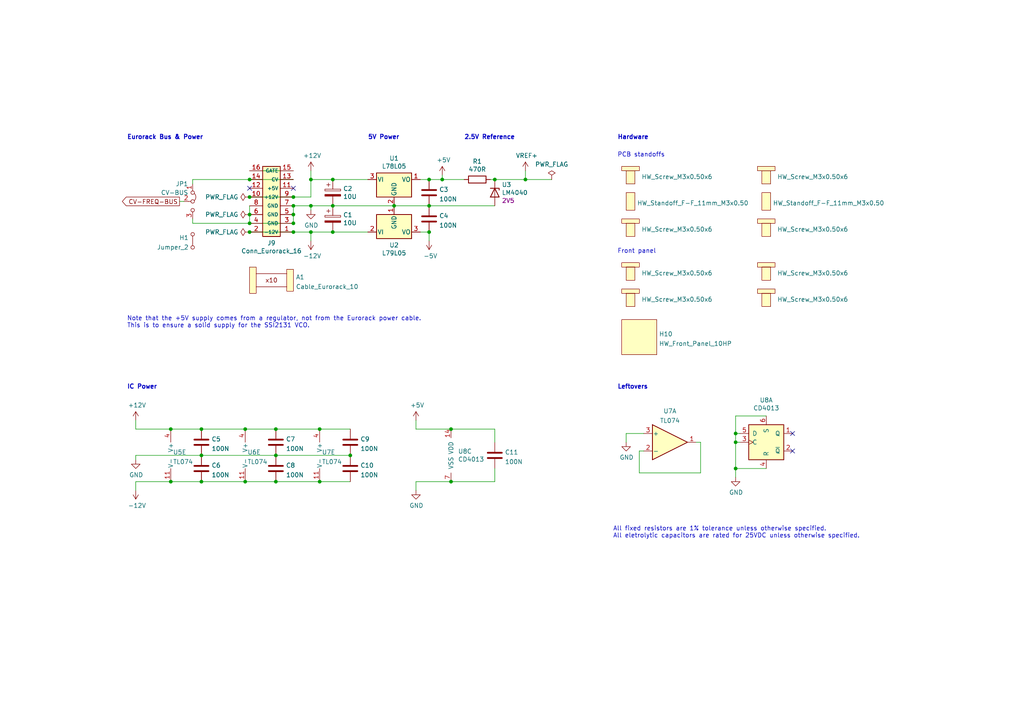
<source format=kicad_sch>
(kicad_sch (version 20211123) (generator eeschema)
  (paper "A4")
  (title_block (title "Main - Eurorack SSI2131 VCO") (date "2022-03-17") (rev "1.3") (company "Len Popp") (comment 1 "Copyright © 2022 Len Popp CC BY") (comment 2 "Eurorack VCO module based on SSI2131, 10 HP"))
  (lib_symbols
    (symbol "-lmp-IC-misc:CD4013" (pin_names (offset 1.016))
      (property "Reference" "U" (at -7.62 8.89 0))
      (property "Value" "CD4013" (at -7.62 -8.89 0))
      (symbol "CD4013_1_1"
        (rectangle (start -5.08 5.08) (end 5.08 -5.08) (stroke (width 0.254)) (fill (type background)))
        (pin output line (at 7.62 2.54 180) (length 2.54) (name "Q") (number "1"))
        (pin output line (at 7.62 -2.54 180) (length 2.54) (name "~{Q}") (number "2"))
        (pin input clock (at -7.62 0 0) (length 2.54) (name "C") (number "3"))
        (pin input line (at 0 -7.62 90) (length 2.54) (name "R") (number "4"))
        (pin input line (at -7.62 2.54 0) (length 2.54) (name "D") (number "5"))
        (pin input line (at 0 7.62 270) (length 2.54) (name "S") (number "6"))
      )
      (symbol "CD4013_2_1"
        (rectangle (start -5.08 5.08) (end 5.08 -5.08) (stroke (width 0.254)) (fill (type background)))
        (pin input line (at 0 -7.62 90) (length 2.54) (name "R") (number "10"))
        (pin input clock (at -7.62 0 0) (length 2.54) (name "C") (number "11"))
        (pin output line (at 7.62 -2.54 180) (length 2.54) (name "~{Q}") (number "12"))
        (pin output line (at 7.62 2.54 180) (length 2.54) (name "Q") (number "13"))
        (pin input line (at 0 7.62 270) (length 2.54) (name "S") (number "8"))
        (pin input line (at -7.62 2.54 0) (length 2.54) (name "D") (number "9"))
      )
      (symbol "CD4013_3_1"
        (pin power_in line (at 3.81 7.62 270) (length 2.54) (name "VDD") (number "14"))
        (pin power_in line (at 3.81 -7.62 90) (length 2.54) (name "VSS") (number "7"))
      )
    )
    (symbol "-lmp-opamp:TL074" (pin_names (offset 0.127))
      (property "Reference" "U" (at 0 5.08 0))
      (property "Value" "TL074" (at 0 -5.08 0))
      (symbol "TL074_1_1"
        (polyline (pts (xy -5.08 5.08) (xy 5.08 0) (xy -5.08 -5.08) (xy -5.08 5.08)) (stroke (width 0.254)) (fill (type background)))
        (pin output line (at 7.62 0 180) (length 2.54) (name "~") (number "1"))
        (pin input line (at -7.62 -2.54 0) (length 2.54) (name "-") (number "2"))
        (pin input line (at -7.62 2.54 0) (length 2.54) (name "+") (number "3"))
      )
      (symbol "TL074_2_1"
        (polyline (pts (xy -5.08 5.08) (xy 5.08 0) (xy -5.08 -5.08) (xy -5.08 5.08)) (stroke (width 0.254)) (fill (type background)))
        (pin input line (at -7.62 2.54 0) (length 2.54) (name "+") (number "5"))
        (pin input line (at -7.62 -2.54 0) (length 2.54) (name "-") (number "6"))
        (pin output line (at 7.62 0 180) (length 2.54) (name "~") (number "7"))
      )
      (symbol "TL074_3_1"
        (polyline (pts (xy -5.08 5.08) (xy 5.08 0) (xy -5.08 -5.08) (xy -5.08 5.08)) (stroke (width 0.254)) (fill (type background)))
        (pin input line (at -7.62 2.54 0) (length 2.54) (name "+") (number "10"))
        (pin output line (at 7.62 0 180) (length 2.54) (name "~") (number "8"))
        (pin input line (at -7.62 -2.54 0) (length 2.54) (name "-") (number "9"))
      )
      (symbol "TL074_4_1"
        (polyline (pts (xy -5.08 5.08) (xy 5.08 0) (xy -5.08 -5.08) (xy -5.08 5.08)) (stroke (width 0.254)) (fill (type background)))
        (pin input line (at -7.62 2.54 0) (length 2.54) (name "+") (number "12"))
        (pin input line (at -7.62 -2.54 0) (length 2.54) (name "-") (number "13"))
        (pin output line (at 7.62 0 180) (length 2.54) (name "~") (number "14"))
      )
      (symbol "TL074_5_1"
        (pin power_in line (at -2.54 -7.62 90) (length 3.81) (name "V-") (number "11"))
        (pin power_in line (at -2.54 7.62 270) (length 3.81) (name "V+") (number "4"))
      )
    )
    (symbol "-lmp-power:+12V" (power) (pin_names (offset 0))
      (property "Value" "-lmp-power_+12V" (at 0 3.556 0))
      (symbol "+12V_0_1"
        (polyline (pts (xy -0.762 1.27) (xy 0 2.54)))
        (polyline (pts (xy 0 0) (xy 0 2.54)))
        (polyline (pts (xy 0 2.54) (xy 0.762 1.27)))
      )
      (symbol "+12V_1_1"
        (pin power_in line (at 0 0 90) (length 0) hide (name "+12V") (number "1"))
      )
    )
    (symbol "-lmp-power:+5V" (power) (pin_names (offset 0))
      (property "Value" "-lmp-power_+5V" (at 0 3.556 0))
      (symbol "+5V_0_1"
        (polyline (pts (xy -0.762 1.27) (xy 0 2.54)))
        (polyline (pts (xy 0 0) (xy 0 2.54)))
        (polyline (pts (xy 0 2.54) (xy 0.762 1.27)))
      )
      (symbol "+5V_1_1"
        (pin power_in line (at 0 0 90) (length 0) hide (name "+5V") (number "1"))
      )
    )
    (symbol "-lmp-power:-12V" (power) (pin_names (offset 0))
      (property "Value" "-lmp-power_-12V" (at 0 -3.556 0))
      (symbol "-12V_0_1"
        (polyline (pts (xy -0.762 -1.27) (xy 0 -2.54)))
        (polyline (pts (xy 0 -2.54) (xy 0.762 -1.27)))
        (polyline (pts (xy 0 0) (xy 0 -2.54)))
      )
      (symbol "-12V_1_1"
        (pin power_in line (at 0 0 270) (length 0) hide (name "-12V") (number "1"))
      )
    )
    (symbol "-lmp-power:-5V" (power) (pin_names (offset 0))
      (property "Value" "-lmp-power_-5V" (at 0 -3.556 0))
      (symbol "-5V_0_1"
        (polyline (pts (xy -0.762 -1.27) (xy 0 -2.54)))
        (polyline (pts (xy 0 -2.54) (xy 0.762 -1.27)))
        (polyline (pts (xy 0 0) (xy 0 -2.54)))
      )
      (symbol "-5V_1_1"
        (pin power_in line (at 0 0 270) (length 0) hide (name "-5V") (number "1"))
      )
    )
    (symbol "-lmp-power:GND" (power) (pin_names (offset 0))
      (property "Value" "-lmp-power_GND" (at 0 -3.81 0))
      (symbol "GND_0_1"
        (polyline (pts (xy 0 0) (xy 0 -1.27) (xy 1.27 -1.27) (xy 0 -2.54) (xy -1.27 -1.27) (xy 0 -1.27)))
      )
      (symbol "GND_1_1"
        (pin power_in line (at 0 0 270) (length 0) hide (name "GND") (number "1"))
      )
    )
    (symbol "-lmp-power:PWR_FLAG" (power) (pin_numbers hide) (pin_names (offset 0) hide)
      (property "Value" "-lmp-power_PWR_FLAG" (at 0 3.81 0))
      (symbol "PWR_FLAG_0_0"
        (pin power_out line (at 0 0 90) (length 0) (name "pwr") (number "1"))
      )
      (symbol "PWR_FLAG_0_1"
        (polyline (pts (xy 0 0) (xy 0 1.27) (xy -1.016 1.905) (xy 0 2.54) (xy 1.016 1.905) (xy 0 1.27)))
      )
    )
    (symbol "-lmp-power:VREF+" (power) (pin_names (offset 0))
      (property "Value" "-lmp-power_VREF+" (at 0 3.556 0))
      (symbol "VREF+_0_1"
        (polyline (pts (xy -0.762 1.27) (xy 0 2.54)))
        (polyline (pts (xy 0 0) (xy 0 2.54)))
        (polyline (pts (xy 0 2.54) (xy 0.762 1.27)))
      )
      (symbol "VREF+_1_1"
        (pin power_in line (at 0 0 90) (length 0) hide (name "VREF+") (number "1"))
      )
    )
    (symbol "-lmp-regulator:L78L05_TO92" (pin_names (offset 0.254))
      (property "Reference" "U" (at -3.81 3.175 0))
      (property "Value" "L78L05_TO92" (at 0 3.175 0))
      (symbol "L78L05_TO92_0_1"
        (rectangle (start -5.08 -5.08) (end 5.08 1.905) (stroke (width 0.254)) (fill (type background)))
      )
      (symbol "L78L05_TO92_1_1"
        (pin power_out line (at 7.62 0 180) (length 2.54) (name "VO") (number "1"))
        (pin power_in line (at 0 -7.62 90) (length 2.54) (name "GND") (number "2"))
        (pin power_in line (at -7.62 0 0) (length 2.54) (name "VI") (number "3"))
      )
    )
    (symbol "-lmp-regulator:L79L05_TO92" (pin_names (offset 0.254))
      (property "Reference" "U" (at -3.81 -3.175 0))
      (property "Value" "L79L05_TO92" (at 0 -3.175 0))
      (symbol "L79L05_TO92_0_1"
        (rectangle (start -5.08 5.08) (end 5.08 -1.905) (stroke (width 0.254)) (fill (type background)))
      )
      (symbol "L79L05_TO92_1_1"
        (pin power_in line (at 0 7.62 270) (length 2.54) (name "GND") (number "1"))
        (pin power_in line (at -7.62 0 0) (length 2.54) (name "VI") (number "2"))
        (pin power_out line (at 7.62 0 180) (length 2.54) (name "VO") (number "3"))
      )
    )
    (symbol "-lmp-regulator:LM4040" (pin_numbers hide) (pin_names (offset 1.016) hide)
      (property "Reference" "U" (at 0 2.54 0))
      (property "Value" "LM4040" (at 0 -2.54 0))
      (property "Value2" "[voltage]" (at 0 -4.572 0))
      (symbol "LM4040_0_1"
        (polyline (pts (xy 1.27 0) (xy -1.27 0)))
        (polyline (pts (xy -1.27 -1.27) (xy -1.27 1.27) (xy -0.762 1.27)) (stroke (width 0.254)))
        (polyline (pts (xy 1.27 -1.27) (xy 1.27 1.27) (xy -1.27 0) (xy 1.27 -1.27)) (stroke (width 0.254)))
      )
      (symbol "LM4040_1_1"
        (pin passive line (at -3.81 0 0) (length 2.54) (name "K") (number "1"))
        (pin passive line (at 3.81 0 180) (length 2.54) (name "A") (number "2"))
      )
    )
    (symbol "-lmp-synth:CP_10U" (pin_numbers hide) (pin_names (offset 0.254))
      (property "Reference" "C" (at 0.635 2.54 0))
      (property "Value" "CP_10U" (at 0.635 -2.54 0))
      (symbol "CP_10U_0_1"
        (rectangle (start -2.286 0.508) (end 2.286 1.016))
        (polyline (pts (xy -1.778 2.286) (xy -0.762 2.286)))
        (polyline (pts (xy -1.27 2.794) (xy -1.27 1.778)))
        (rectangle (start 2.286 -0.508) (end -2.286 -1.016) (fill (type outline)))
      )
      (symbol "CP_10U_1_1"
        (pin passive line (at 0 3.81 270) (length 2.794) (name "~") (number "1"))
        (pin passive line (at 0 -3.81 90) (length 2.794) (name "~") (number "2"))
      )
    )
    (symbol "-lmp-synth:Cable_Eurorack_10" (on_board no)
      (property "Reference" "A" (at 0 8.255 0))
      (property "Value" "Cable_Eurorack_10" (at 0 5.715 0))
      (symbol "Cable_Eurorack_10_0_0"
        (text "x10" (at 0 0 0) (effects (font (size 1.27 1.27))))
      )
      (symbol "Cable_Eurorack_10_0_1"
        (rectangle (start -6.35 3.81) (end -4.445 -3.81) (stroke (width 0.1524)) (fill (type background)))
        (polyline (pts (xy -4.445 -1.905) (xy 4.445 -1.905)) (stroke (width 0.1524)))
        (polyline (pts (xy -4.445 1.905) (xy 4.445 1.905)) (stroke (width 0.1524)))
        (rectangle (start 4.445 3.175) (end 6.35 -3.175) (stroke (width 0.1524)) (fill (type background)))
      )
    )
    (symbol "-lmp-synth:Conn_Eurorack_Pwr_16"
      (property "Reference" "J" (at 1.27 10.16 0))
      (property "Value" "Conn_Eurorack_Pwr_16" (at 1.27 -12.7 0))
      (symbol "Conn_Eurorack_Pwr_16_1_1"
        (rectangle (start 3.81 -11.43) (end -1.27 8.89) (stroke (width 0.254)) (fill (type background)))
        (pin power_in line (at 7.62 -10.16 180) (length 3.81) (name "-12V") (number "1"))
        (pin power_in line (at -5.08 0 0) (length 3.81) (name "~") (number "10"))
        (pin power_in line (at 7.62 2.54 180) (length 3.81) (name "+5V") (number "11"))
        (pin power_in line (at -5.08 2.54 0) (length 3.81) (name "~") (number "12"))
        (pin bidirectional line (at 7.62 5.08 180) (length 3.81) (name "CV") (number "13"))
        (pin bidirectional line (at -5.08 5.08 0) (length 3.81) (name "~") (number "14"))
        (pin bidirectional line (at 7.62 7.62 180) (length 3.81) (name "GATE") (number "15"))
        (pin bidirectional line (at -5.08 7.62 0) (length 3.81) (name "~") (number "16"))
        (pin power_in line (at -5.08 -10.16 0) (length 3.81) (name "~") (number "2"))
        (pin power_in line (at 7.62 -7.62 180) (length 3.81) (name "GND") (number "3"))
        (pin power_in line (at -5.08 -7.62 0) (length 3.81) (name "~") (number "4"))
        (pin power_in line (at 7.62 -5.08 180) (length 3.81) (name "GND") (number "5"))
        (pin power_in line (at -5.08 -5.08 0) (length 3.81) (name "~") (number "6"))
        (pin power_in line (at 7.62 -2.54 180) (length 3.81) (name "GND") (number "7"))
        (pin power_in line (at -5.08 -2.54 0) (length 3.81) (name "~") (number "8"))
        (pin power_in line (at 7.62 0 180) (length 3.81) (name "+12V") (number "9"))
      )
    )
    (symbol "-lmp-synth:HW_Front_Panel_10HP" (pin_numbers hide) (pin_names (offset 0) hide) (on_board no)
      (property "Reference" "H" (at 0 8.509 0))
      (property "Value" "HW_Front_Panel_10HP" (at 0 6.35 0))
      (symbol "HW_Front_Panel_10HP_0_1"
        (rectangle (start -5.08 5.08) (end 5.08 -5.08) (fill (type background)))
      )
    )
    (symbol "-lmp-synth:HW_Screw_M3x0.50x6" (pin_names (offset 1.016)) (on_board no)
      (property "Value" "HW_Screw_M3x0.50x6" (at 0 -5.08 0))
      (symbol "HW_Screw_M3x0.50x6_0_1"
        (rectangle (start -2.54 1.27) (end 2.54 2.54) (fill (type background)))
        (rectangle (start -1.27 1.27) (end 1.27 -2.54) (fill (type background)))
      )
    )
    (symbol "-lmp-synth:HW_Standoff_F-F_11mm_M3x0.50" (pin_names (offset 1.016)) (on_board no)
      (property "Value" "HW_Standoff_F-F_11mm_M3x0.50" (at 0 -3.81 0))
      (symbol "HW_Standoff_F-F_11mm_M3x0.50_0_1"
        (rectangle (start -1.27 2.54) (end 1.27 -2.54) (fill (type background)))
      )
    )
    (symbol "-lmp:CC_100N" (pin_numbers hide) (pin_names (offset 0.254))
      (property "Reference" "C" (at 0.635 2.54 0))
      (property "Value" "CC_100N" (at 0.635 -2.54 0))
      (symbol "CC_100N_0_1"
        (polyline (pts (xy -2.032 -0.762) (xy 2.032 -0.762)) (stroke (width 0.508)))
        (polyline (pts (xy -2.032 0.762) (xy 2.032 0.762)) (stroke (width 0.508)))
      )
      (symbol "CC_100N_1_1"
        (pin passive line (at 0 3.81 270) (length 2.794) (name "~") (number "1"))
        (pin passive line (at 0 -3.81 90) (length 2.794) (name "~") (number "2"))
      )
    )
    (symbol "-lmp:Jumper_2" (pin_names (offset 0) hide) (on_board no)
      (property "Reference" "H" (at 0 2.54 0))
      (property "Value" "Jumper_2" (at 0 -2.286 0))
      (symbol "Jumper_2_0_0"
        (circle (center -1.905 0) (radius 0.508))
        (circle (center 1.905 0) (radius 0.508))
      )
      (symbol "Jumper_2_0_1"
        (polyline (pts (xy -1.397 0) (xy 1.397 0)) (stroke (width 0.1524)))
      )
    )
    (symbol "-lmp:Jumper_Pins_3_Bridged12" (pin_names (offset 0) hide)
      (property "Reference" "JP" (at -2.54 -2.54 0))
      (property "Value" "Jumper_Pins_3_Bridged12" (at 0 2.794 0))
      (symbol "Jumper_Pins_3_Bridged12_0_0"
        (circle (center -2.54 0) (radius 0.508))
        (circle (center 0 0) (radius 0.508))
        (circle (center 2.54 0) (radius 0.508))
      )
      (symbol "Jumper_Pins_3_Bridged12_0_1"
        (arc (start -0.254 0.508) (mid -1.27 0.9288) (end -2.286 0.508))
        (polyline (pts (xy 0 -1.27) (xy 0 -0.508)))
      )
      (symbol "Jumper_Pins_3_Bridged12_1_1"
        (pin passive line (at -5.08 0 0) (length 2.032) (name "A") (number "1"))
        (pin input line (at 0 -2.54 90) (length 1.27) (name "C") (number "2"))
        (pin passive line (at 5.08 0 180) (length 2.032) (name "B") (number "3"))
      )
    )
    (symbol "-lmp:R_1%_0W166" (pin_numbers hide) (pin_names (offset 0))
      (property "Reference" "R" (at -2.286 0 90))
      (property "Value" "R_1%_0W166" (at 2.413 0 90))
      (symbol "R_1%_0W166_0_1"
        (rectangle (start -1.016 -2.54) (end 1.016 2.54) (stroke (width 0.254)))
      )
      (symbol "R_1%_0W166_1_1"
        (pin passive line (at 0 3.81 270) (length 1.27) (name "~") (number "1"))
        (pin passive line (at 0 -3.81 90) (length 1.27) (name "~") (number "2"))
      )
    )
  )
  (junction (at 124.46 52.07))
  (junction (at 90.17 52.07))
  (junction (at 72.39 62.23))
  (junction (at 90.17 67.31))
  (junction (at 80.01 139.7))
  (junction (at 130.81 124.46))
  (junction (at 71.12 124.46))
  (junction (at 58.42 132.08))
  (junction (at 96.52 59.69))
  (junction (at 143.51 52.07))
  (junction (at 85.09 57.15))
  (junction (at 71.12 139.7))
  (junction (at 114.3 59.69))
  (junction (at 213.36 135.89))
  (junction (at 85.09 59.69))
  (junction (at 58.42 124.46))
  (junction (at 101.6 132.08))
  (junction (at 92.71 139.7))
  (junction (at 72.39 67.31))
  (junction (at 80.01 132.08))
  (junction (at 124.46 59.69))
  (junction (at 124.46 67.31))
  (junction (at 85.09 67.31))
  (junction (at 49.53 124.46))
  (junction (at 49.53 139.7))
  (junction (at 72.39 57.15))
  (junction (at 213.36 125.73))
  (junction (at 58.42 139.7))
  (junction (at 152.4 52.07))
  (junction (at 85.09 64.77))
  (junction (at 72.39 52.07))
  (junction (at 85.09 62.23))
  (junction (at 130.81 139.7))
  (junction (at 80.01 124.46))
  (junction (at 90.17 59.69))
  (junction (at 72.39 64.77))
  (junction (at 128.27 52.07))
  (junction (at 213.36 128.27))
  (junction (at 96.52 52.07))
  (junction (at 96.52 67.31))
  (junction (at 92.71 124.46))
  (no_connect (at 72.39 54.61))
  (no_connect (at 229.87 130.81))
  (no_connect (at 229.87 125.73))
  (no_connect (at 85.09 54.61))
  (wire (pts (xy 120.65 124.46) (xy 130.81 124.46)))
  (wire (pts (xy 124.46 67.31) (xy 124.46 69.85)))
  (wire (pts (xy 39.37 132.08) (xy 58.42 132.08)))
  (wire (pts (xy 90.17 67.31) (xy 85.09 67.31)))
  (wire (pts (xy 80.01 124.46) (xy 92.71 124.46)))
  (wire (pts (xy 214.63 128.27) (xy 213.36 128.27)))
  (wire (pts (xy 143.51 139.7) (xy 143.51 135.89)))
  (wire (pts (xy 85.09 62.23) (xy 85.09 59.69)))
  (wire (pts (xy 213.36 128.27) (xy 213.36 135.89)))
  (wire (pts (xy 124.46 52.07) (xy 128.27 52.07)))
  (wire (pts (xy 72.39 64.77) (xy 55.88 64.77)))
  (wire (pts (xy 214.63 125.73) (xy 213.36 125.73)))
  (wire (pts (xy 124.46 59.69) (xy 143.51 59.69)))
  (wire (pts (xy 120.65 139.7) (xy 120.65 142.24)))
  (wire (pts (xy 121.92 52.07) (xy 124.46 52.07)))
  (wire (pts (xy 85.09 67.31) (xy 72.39 67.31)))
  (wire (pts (xy 152.4 49.53) (xy 152.4 52.07)))
  (wire (pts (xy 55.88 64.77) (xy 55.88 63.5)))
  (wire (pts (xy 80.01 132.08) (xy 101.6 132.08)))
  (wire (pts (xy 39.37 132.08) (xy 39.37 133.35)))
  (wire (pts (xy 72.39 64.77) (xy 72.39 62.23)))
  (wire (pts (xy 143.51 128.27) (xy 143.51 124.46)))
  (wire (pts (xy 58.42 139.7) (xy 71.12 139.7)))
  (wire (pts (xy 39.37 124.46) (xy 49.53 124.46)))
  (wire (pts (xy 90.17 57.15) (xy 85.09 57.15)))
  (wire (pts (xy 120.65 139.7) (xy 130.81 139.7)))
  (wire (pts (xy 201.93 128.27) (xy 203.2 128.27)))
  (wire (pts (xy 106.68 67.31) (xy 96.52 67.31)))
  (wire (pts (xy 213.36 125.73) (xy 213.36 128.27)))
  (wire (pts (xy 72.39 49.53) (xy 85.09 49.53)))
  (wire (pts (xy 72.39 52.07) (xy 55.88 52.07)))
  (wire (pts (xy 181.61 125.73) (xy 186.69 125.73)))
  (wire (pts (xy 72.39 62.23) (xy 72.39 59.69)))
  (wire (pts (xy 85.09 64.77) (xy 85.09 62.23)))
  (wire (pts (xy 39.37 124.46) (xy 39.37 121.92)))
  (wire (pts (xy 90.17 52.07) (xy 90.17 57.15)))
  (wire (pts (xy 213.36 120.65) (xy 213.36 125.73)))
  (wire (pts (xy 92.71 124.46) (xy 101.6 124.46)))
  (wire (pts (xy 114.3 59.69) (xy 96.52 59.69)))
  (wire (pts (xy 185.42 130.81) (xy 185.42 137.16)))
  (wire (pts (xy 85.09 57.15) (xy 72.39 57.15)))
  (wire (pts (xy 85.09 64.77) (xy 72.39 64.77)))
  (wire (pts (xy 222.25 135.89) (xy 213.36 135.89)))
  (wire (pts (xy 185.42 130.81) (xy 186.69 130.81)))
  (wire (pts (xy 71.12 124.46) (xy 80.01 124.46)))
  (wire (pts (xy 90.17 67.31) (xy 96.52 67.31)))
  (wire (pts (xy 181.61 128.27) (xy 181.61 125.73)))
  (wire (pts (xy 90.17 49.53) (xy 90.17 52.07)))
  (wire (pts (xy 213.36 138.43) (xy 213.36 135.89)))
  (wire (pts (xy 58.42 124.46) (xy 71.12 124.46)))
  (wire (pts (xy 90.17 52.07) (xy 96.52 52.07)))
  (wire (pts (xy 90.17 59.69) (xy 85.09 59.69)))
  (wire (pts (xy 49.53 124.46) (xy 58.42 124.46)))
  (wire (pts (xy 49.53 139.7) (xy 58.42 139.7)))
  (wire (pts (xy 128.27 50.8) (xy 128.27 52.07)))
  (wire (pts (xy 90.17 69.85) (xy 90.17 67.31)))
  (wire (pts (xy 55.88 52.07) (xy 55.88 53.34)))
  (wire (pts (xy 203.2 128.27) (xy 203.2 137.16)))
  (wire (pts (xy 39.37 142.24) (xy 39.37 139.7)))
  (wire (pts (xy 96.52 52.07) (xy 106.68 52.07)))
  (wire (pts (xy 134.62 52.07) (xy 128.27 52.07)))
  (wire (pts (xy 203.2 137.16) (xy 185.42 137.16)))
  (wire (pts (xy 92.71 139.7) (xy 101.6 139.7)))
  (wire (pts (xy 120.65 121.92) (xy 120.65 124.46)))
  (wire (pts (xy 58.42 132.08) (xy 80.01 132.08)))
  (wire (pts (xy 143.51 52.07) (xy 142.24 52.07)))
  (wire (pts (xy 80.01 139.7) (xy 92.71 139.7)))
  (wire (pts (xy 39.37 139.7) (xy 49.53 139.7)))
  (wire (pts (xy 71.12 139.7) (xy 80.01 139.7)))
  (wire (pts (xy 114.3 59.69) (xy 124.46 59.69)))
  (wire (pts (xy 143.51 52.07) (xy 152.4 52.07)))
  (wire (pts (xy 152.4 52.07) (xy 160.02 52.07)))
  (wire (pts (xy 90.17 59.69) (xy 96.52 59.69)))
  (wire (pts (xy 85.09 52.07) (xy 72.39 52.07)))
  (wire (pts (xy 130.81 139.7) (xy 143.51 139.7)))
  (wire (pts (xy 90.17 59.69) (xy 90.17 60.96)))
  (wire (pts (xy 222.25 120.65) (xy 213.36 120.65)))
  (wire (pts (xy 121.92 67.31) (xy 124.46 67.31)))
  (wire (pts (xy 52.07 58.42) (xy 53.34 58.42)))
  (wire (pts (xy 130.81 124.46) (xy 143.51 124.46)))
  (text "Eurorack Bus & Power" (at 36.83 40.64 0) (effects (font (size 1.27 1.27) (thickness 0.254) bold) (justify left bottom)))
  (text "Leftovers" (at 179.07 113.03 0) (effects (font (size 1.27 1.27) (thickness 0.254) bold) (justify left bottom)))
  (text "Front panel" (at 179.07 73.66 0) (effects (font (size 1.27 1.27)) (justify left bottom)))
  (text "Hardware" (at 179.07 40.64 0) (effects (font (size 1.27 1.27) (thickness 0.254) bold) (justify left bottom)))
  (text "PCB standoffs" (at 179.07 45.72 0) (effects (font (size 1.27 1.27)) (justify left bottom)))
  (text "5V Power" (at 106.68 40.64 0) (effects (font (size 1.27 1.27) (thickness 0.254) bold) (justify left bottom)))
  (text "All fixed resistors are 1% tolerance unless otherwise specified.\nAll eletrolytic capacitors are rated for 25VDC unless otherwise specified." (at 177.8 156.21 0) (effects (font (size 1.27 1.27)) (justify left bottom)))
  (text "IC Power" (at 36.83 113.03 0) (effects (font (size 1.27 1.27) (thickness 0.254) bold) (justify left bottom)))
  (text "2.5V Reference" (at 134.62 40.64 0) (effects (font (size 1.27 1.27) (thickness 0.254) bold) (justify left bottom)))
  (text "Note that the +5V supply comes from a regulator, not from the Eurorack power cable.\nThis is to ensure a solid supply for the SSI2131 VCO." (at 36.83 95.25 0) (effects (font (size 1.27 1.27)) (justify left bottom)))
  (global_label "CV-FREQ-BUS" (shape output) (at 52.07 58.42 180) (property "Intersheet References" "${INTERSHEET_REFS}" (effects hide)))
  (symbol (lib_id "-lmp-synth:Conn_Eurorack_Pwr_16") (at 77.47 57.15 0) (unit 1)
    (property "Reference" "J9" (at 78.74 70.485 0))
    (property "Value" "Conn_Eurorack_16" (at 78.74 72.7964 0))
    (property "Footprint" "-lmp-synth:IDC-Header-Eurorack-16-TH" (effects hide))
    (property "Datasheet" "https://www.mouser.ca/datasheet/2/445/61201621621-1717735.pdf" (effects hide))
    (property "Manufacturer" "Wurth Elektronik" (effects hide))
    (property "ManufacturerPartNum" "61201621621" (effects hide))
    (property "Distributor" "Mouser" (effects hide))
    (property "DistributorPartNum" "710-61201621621" (effects hide))
    (property "DistributorPartLink" "https://www.mouser.ca/ProductDetail/Wurth-Elektronik/61201621621?qs=ZtY9WdtwX55qFf4n3EFuaA%3D%3D" (effects hide))
  )
  (symbol (lib_id "-lmp-power:PWR_FLAG") (at 72.39 57.15 90) (unit 1)
    (property "Reference" "#FLG0101" (effects hide))
    (property "Value" "PWR_FLAG" (at 69.1642 57.15 90) (effects (justify left)))
  )
  (symbol (lib_id "-lmp-power:PWR_FLAG") (at 72.39 62.23 90) (unit 1)
    (property "Reference" "#FLG0102" (effects hide))
    (property "Value" "PWR_FLAG" (at 69.1642 62.23 90) (effects (justify left)))
  )
  (symbol (lib_id "-lmp-power:PWR_FLAG") (at 72.39 67.31 90) (unit 1)
    (property "Reference" "#FLG0103" (effects hide))
    (property "Value" "PWR_FLAG" (at 69.1642 67.31 90) (effects (justify left)))
  )
  (symbol (lib_id "-lmp-synth:CP_10U") (at 96.52 55.88 0) (unit 1)
    (property "Reference" "C2" (at 99.5172 54.7116 0) (effects (justify left)))
    (property "Value" "10U" (at 99.5172 57.023 0) (effects (justify left)))
    (property "Footprint" "-lmp-misc:CP_Radial_D4.0mm_P2.50mm" (effects hide))
    (property "Datasheet" "https://industrial.panasonic.com/cdbs/www-data/pdf/RDF0000/ABA0000C1209.pdf" (effects hide))
    (property "Manufacturer" "Panasonic" (effects hide))
    (property "ManufacturerPartNum" "EEA-FC1E100" (effects hide))
    (property "Distributor" "Mouser" (effects hide))
    (property "DistributorPartNum" "667-EEA-FC1E100" (effects hide))
    (property "DistributorPartLink" "https://www.mouser.ca/ProductDetail/Panasonic/EEA-FC1E100?qs=nLJruSqDb94EJwiFQJd4iw%3D%3D" (effects hide))
    (property "Note" "12 V decoupling" (effects hide))
    (property "Value2" "25 VDC" (effects hide))
  )
  (symbol (lib_id "-lmp-synth:CP_10U") (at 96.52 63.5 0) (unit 1)
    (property "Reference" "C1" (at 99.5172 62.3316 0) (effects (justify left)))
    (property "Value" "10U" (at 99.5172 64.643 0) (effects (justify left)))
    (property "Footprint" "-lmp-misc:CP_Radial_D4.0mm_P2.50mm" (effects hide))
    (property "Datasheet" "https://industrial.panasonic.com/cdbs/www-data/pdf/RDF0000/ABA0000C1209.pdf" (effects hide))
    (property "Manufacturer" "Panasonic" (effects hide))
    (property "ManufacturerPartNum" "EEA-FC1E100" (effects hide))
    (property "Distributor" "Mouser" (effects hide))
    (property "DistributorPartNum" "667-EEA-FC1E100" (effects hide))
    (property "DistributorPartLink" "https://www.mouser.ca/ProductDetail/Panasonic/EEA-FC1E100?qs=nLJruSqDb94EJwiFQJd4iw%3D%3D" (effects hide))
    (property "Note" "12 V decoupling" (effects hide))
    (property "Value2" "25 VDC" (effects hide))
  )
  (symbol (lib_id "-lmp-power:GND") (at 90.17 60.96 0) (unit 1)
    (property "Reference" "#PWR0159" (effects hide))
    (property "Value" "GND" (at 90.297 65.3542 0))
  )
  (symbol (lib_id "-lmp-power:+12V") (at 90.17 49.53 0) (unit 1)
    (property "Reference" "#PWR0169" (effects hide))
    (property "Value" "+12V" (at 90.551 45.1358 0))
  )
  (symbol (lib_id "-lmp-power:-12V") (at 90.17 69.85 0) (unit 1)
    (property "Reference" "#PWR0158" (effects hide))
    (property "Value" "-12V" (at 90.551 74.2442 0))
  )
  (symbol (lib_id "-lmp-power:PWR_FLAG") (at 160.02 52.07 0) (unit 1)
    (property "Reference" "#FLG0107" (effects hide))
    (property "Value" "PWR_FLAG" (at 160.02 47.6758 0))
  )
  (symbol (lib_id "-lmp-regulator:LM4040") (at 143.51 55.88 270) (unit 1)
    (property "Reference" "U3" (at 145.542 53.5686 90) (effects (justify left)))
    (property "Value" "LM4040" (at 145.542 55.88 90) (effects (justify left)))
    (property "Footprint" "-lmp-misc:TO-92-2_Wide" (effects hide))
    (property "Datasheet" "https://www.ti.com/lit/ds/symlink/lm4040-n.pdf?ts=1622551591255" (effects hide))
    (property "Value2" "2V5" (at 145.542 58.1914 90) (effects (justify left)))
    (property "Manufacturer" "Texas Instruments" (effects hide))
    (property "ManufacturerPartNum" "LM4040C25ILP" (effects hide))
    (property "Distributor" "Mouser" (effects hide))
    (property "DistributorPartLink" "https://www.mouser.ca/ProductDetail/Texas-Instruments/LM4040C25ILP?qs=sGAEpiMZZMvAX9OfPh%252B2NeQKDBdIrMru9XwMGGAeJHk%3D" (effects hide))
    (property "DistributorPartNum" "595-LM4040C25ILP" (effects hide))
  )
  (symbol (lib_id "-lmp-regulator:L79L05_TO92") (at 114.3 67.31 0) (unit 1)
    (property "Reference" "U2" (at 114.3 71.0946 0))
    (property "Value" "L79L05" (at 114.3 73.406 0))
    (property "Footprint" "-lmp-misc:TO-92_Inline_Wide" (effects hide))
    (property "Datasheet" "https://www.mouser.ca/datasheet/2/389/cd00000539-1795613.pdf" (effects hide))
    (property "Manufacturer" "STMicroelectronics" (effects hide))
    (property "ManufacturerPartNum" "L79L05ACZ" (effects hide))
    (property "Distributor" "Mouser" (effects hide))
    (property "DistributorPartNum" "511-L79L05ACZ" (effects hide))
    (property "DistributorPartLink" "https://www.mouser.ca/ProductDetail/?qs=GQP%2FxgjKl971oYG29hlmcw%3D%3D" (effects hide))
  )
  (symbol (lib_id "-lmp:R_1%_0W166") (at 138.43 52.07 270) (mirror x) (unit 1)
    (property "Reference" "R1" (at 138.43 46.8122 90))
    (property "Value" "470R" (at 138.43 49.1236 90))
    (property "Footprint" "-lmp-misc:R_Axial_DIN0204_L3.6mm_D1.6mm_P7.62mm_Horizontal" (effects hide))
    (property "Datasheet" "https://www.mouser.ca/datasheet/2/447/Yageo_LR_MFR_1-1714151.pdf" (effects hide))
    (property "Manufacturer" "YAGEO" (effects hide))
    (property "ManufacturerPartNum" "MFR-12FTF52-470R" (effects hide))
    (property "Distributor" "Mouser" (effects hide))
    (property "DistributorPartNum" "603-MFR-12FTF52-470R" (effects hide))
    (property "DistributorPartLink" "https://www.mouser.ca/ProductDetail/YAGEO/MFR-12FTF52-470R?qs=oAGoVhmvjhzwbENn17GKHQ%3D%3D" (effects hide))
    (property "Value2" "1%, 1/6 W" (effects hide))
  )
  (symbol (lib_id "-lmp-power:-5V") (at 124.46 69.85 0) (unit 1)
    (property "Reference" "#PWR0162" (effects hide))
    (property "Value" "-5V" (at 124.841 74.2442 0))
  )
  (symbol (lib_id "-lmp-power:-12V") (at 39.37 142.24 0) (unit 1)
    (property "Reference" "#PWR0166" (effects hide))
    (property "Value" "-12V" (at 39.751 146.6342 0))
  )
  (symbol (lib_id "-lmp-power:GND") (at 39.37 133.35 0) (unit 1)
    (property "Reference" "#PWR0167" (effects hide))
    (property "Value" "GND" (at 39.497 137.7442 0))
  )
  (symbol (lib_id "-lmp-power:+12V") (at 39.37 121.92 0) (unit 1)
    (property "Reference" "#PWR0168" (effects hide))
    (property "Value" "+12V" (at 39.751 117.5258 0))
  )
  (symbol (lib_id "-lmp-power:+5V") (at 120.65 121.92 0) (unit 1)
    (property "Reference" "#PWR019" (effects hide))
    (property "Value" "+5V" (at 121.031 117.5258 0))
  )
  (symbol (lib_id "-lmp-power:GND") (at 120.65 142.24 0) (unit 1)
    (property "Reference" "#PWR020" (effects hide))
    (property "Value" "GND" (at 120.777 146.6342 0))
  )
  (symbol (lib_id "-lmp-IC-misc:CD4013") (at 127 132.08 0) (unit 3)
    (property "Reference" "U8" (at 132.842 130.9116 0) (effects (justify left)))
    (property "Value" "CD4013" (at 132.842 133.223 0) (effects (justify left)))
    (property "Footprint" "Package_DIP:DIP-14_W7.62mm" (effects hide))
    (property "Datasheet" "https://www.ti.com/lit/ds/symlink/cd4013b.pdf" (effects hide))
    (property "Manufacturer" "Texas Instruments" (effects hide))
    (property "ManufacturerPartNum" "CD4013BE" (effects hide))
    (property "Distributor" "Mouser" (effects hide))
    (property "DistributorPartNum" "595-CD4013BE" (effects hide))
    (property "DistributorPartLink" "https://www.mouser.ca/ProductDetail/Texas-Instruments/CD4013BE?qs=pt%2FIv5r0EPc2Chv9B9JKAA==" (effects hide))
  )
  (symbol (lib_id "-lmp-regulator:L78L05_TO92") (at 114.3 52.07 0) (unit 1)
    (property "Reference" "U1" (at 114.3 45.9232 0))
    (property "Value" "L78L05" (at 114.3 48.2346 0))
    (property "Footprint" "-lmp-misc:TO-92_Inline_Wide" (effects hide))
    (property "Datasheet" "http://www.st.com/content/ccc/resource/technical/document/datasheet/15/55/e5/aa/23/5b/43/fd/CD00000446.pdf/files/CD00000446.pdf/jcr:content/translations/en.CD00000446.pdf" (effects hide))
    (property "Manufacturer" "STMicroelectronics " (effects hide))
    (property "ManufacturerPartNum" "L78L05ACZ-AP" (effects hide))
    (property "Distributor" "Mouser" (effects hide))
    (property "DistributorPartNum" "511-L78L05ACZ-AP" (effects hide))
    (property "DistributorPartLink" "https://www.mouser.ca/ProductDetail/STMicroelectronics/L78L05ACZ-AP?qs=sGAEpiMZZMuLLNXTG1MZanrpqIdcnbmrowz4nhu1BnI%3D" (effects hide))
  )
  (symbol (lib_id "-lmp-power:+5V") (at 128.27 50.8 0) (unit 1)
    (property "Reference" "#PWR0172" (effects hide))
    (property "Value" "+5V" (at 128.651 46.4058 0))
  )
  (symbol (lib_id "-lmp-power:VREF+") (at 152.4 49.53 0) (unit 1)
    (property "Reference" "#PWR01" (effects hide))
    (property "Value" "VREF+" (at 152.781 45.1358 0))
  )
  (symbol (lib_id "-lmp-IC-misc:CD4013") (at 222.25 128.27 0) (unit 1)
    (property "Reference" "U8" (at 222.25 116.0526 0))
    (property "Value" "CD4013" (at 222.25 118.364 0))
    (property "Footprint" "Package_DIP:DIP-14_W7.62mm" (effects hide))
    (property "Datasheet" "https://www.ti.com/lit/ds/symlink/cd4013b.pdf" (effects hide))
    (property "Manufacturer" "Texas Instruments" (effects hide))
    (property "ManufacturerPartNum" "CD4013BE" (effects hide))
    (property "Distributor" "Mouser" (effects hide))
    (property "DistributorPartNum" "595-CD4013BE" (effects hide))
    (property "DistributorPartLink" "https://www.mouser.ca/ProductDetail/Texas-Instruments/CD4013BE?qs=pt%2FIv5r0EPc2Chv9B9JKAA==" (effects hide))
  )
  (symbol (lib_id "-lmp-power:GND") (at 213.36 138.43 0) (unit 1)
    (property "Reference" "#PWR0170" (effects hide))
    (property "Value" "GND" (at 213.487 142.8242 0))
  )
  (symbol (lib_id "-lmp:Jumper_Pins_3_Bridged12") (at 55.88 58.42 270) (unit 1)
    (property "Reference" "JP1" (at 54.61 53.34 90) (effects (justify right)))
    (property "Value" "CV-BUS" (at 54.61 55.88 90) (effects (justify right)))
    (property "Footprint" "-lmp-misc:PinHeader_1x03_P2.54mm_Vertical" (effects hide))
  )
  (symbol (lib_id "-lmp-power:GND") (at 181.61 128.27 0) (unit 1)
    (property "Reference" "#PWR0113" (effects hide))
    (property "Value" "GND" (at 181.737 132.6642 0))
  )
  (symbol (lib_id "-lmp:Jumper_2") (at 55.88 69.85 90) (unit 1) (on_board no)
    (property "Reference" "H1" (at 54.737 68.9415 90) (effects (justify left)))
    (property "Value" "Jumper_2" (at 54.737 71.7166 90) (effects (justify left)))
    (property "Footprint" "-lmp-misc:NoFootprint" (effects hide))
    (property "Datasheet" "https://www.mouser.ca/datasheet/2/209/KC-301174-1171759.pdf" (effects hide))
    (property "Distributor" "Mouser" (effects hide))
    (property "DistributorPartNum" "151-8013-E" (effects hide))
    (property "DistributorPartLink" "https://www.mouser.ca/ProductDetail/Kobiconn/151-8013-E?qs=RC2ne4458IJaOh%2FxzS50bA%3D%3D" (effects hide))
    (property "Distributor2" "Adafruit" (effects hide))
    (property "DistributorPartNum2" "3525" (effects hide))
    (property "DistributorPartLink2" "https://www.adafruit.com/product/3525" (effects hide))
  )
  (symbol (lib_id "-lmp-opamp:TL074") (at 73.66 132.08 0) (unit 5)
    (property "Reference" "U6" (at 71.755 131.1715 0) (effects (justify left)))
    (property "Value" "TL074" (at 71.755 133.9466 0) (effects (justify left)))
    (property "Footprint" "Package_DIP:DIP-14_W7.62mm" (effects hide))
    (property "Datasheet" "http://www.ti.com/lit/ds/symlink/tl071.pdf" (effects hide))
    (property "Manufacturer" "Texas Instruments" (effects hide))
    (property "ManufacturerPartNum" "TL074BCN" (effects hide))
    (property "Distributor" "Mouser" (effects hide))
    (property "DistributorPartNum" "595-TL074BCN" (effects hide))
    (property "DistributorPartLink" "https://www.mouser.ca/ProductDetail/?qs=vxEfx8VrU7BHurOY5iQdiA%3D%3D" (effects hide))
  )
  (symbol (lib_id "-lmp-synth:HW_Screw_M3x0.50x6") (at 222.25 50.8 0) (unit 1) (on_board no)
    (property "Reference" "H5" (effects hide))
    (property "Value" "HW_Screw_M3x0.50x6" (at 225.425 51.279 0) (effects (justify left)))
  )
  (symbol (lib_id "-lmp:CC_100N") (at 58.42 135.89 0) (unit 1)
    (property "Reference" "C6" (at 61.341 134.9815 0) (effects (justify left)))
    (property "Value" "100N" (at 61.341 137.7566 0) (effects (justify left)))
    (property "Footprint" "-lmp-misc:C_Disc_D5.0mm_W2.5mm_P2.50mm" (effects hide))
    (property "Datasheet" "https://product.tdk.com/system/files/dam/doc/product/capacitor/ceramic/lead-mlcc/catalog/leadmlcc_halogenfree_fg_en.pdf" (effects hide))
    (property "Note" "IC decoupling" (effects hide))
    (property "Manufacturer" "TDK" (effects hide))
    (property "ManufacturerPartNum" "FG18X7R1H104KNT06" (effects hide))
    (property "Distributor" "Mouser" (effects hide))
    (property "DistributorPartNum" "810-FG18X7R1H104KNT6" (effects hide))
    (property "DistributorPartLink" "https://www.mouser.ca/ProductDetail/810-FG18X7R1H104KNT6" (effects hide))
  )
  (symbol (lib_id "-lmp-synth:HW_Screw_M3x0.50x6") (at 182.88 50.8 0) (unit 1) (on_board no)
    (property "Reference" "H2" (effects hide))
    (property "Value" "HW_Screw_M3x0.50x6" (at 186.055 51.279 0) (effects (justify left)))
  )
  (symbol (lib_id "-lmp:CC_100N") (at 80.01 128.27 0) (unit 1)
    (property "Reference" "C7" (at 82.931 127.3615 0) (effects (justify left)))
    (property "Value" "100N" (at 82.931 130.1366 0) (effects (justify left)))
    (property "Footprint" "-lmp-misc:C_Disc_D5.0mm_W2.5mm_P2.50mm" (effects hide))
    (property "Datasheet" "https://product.tdk.com/system/files/dam/doc/product/capacitor/ceramic/lead-mlcc/catalog/leadmlcc_halogenfree_fg_en.pdf" (effects hide))
    (property "Note" "IC decoupling" (effects hide))
    (property "Manufacturer" "TDK" (effects hide))
    (property "ManufacturerPartNum" "FG18X7R1H104KNT06" (effects hide))
    (property "Distributor" "Mouser" (effects hide))
    (property "DistributorPartNum" "810-FG18X7R1H104KNT6" (effects hide))
    (property "DistributorPartLink" "https://www.mouser.ca/ProductDetail/810-FG18X7R1H104KNT6" (effects hide))
  )
  (symbol (lib_id "-lmp:CC_100N") (at 124.46 55.88 0) (unit 1)
    (property "Reference" "C3" (at 127.381 54.9715 0) (effects (justify left)))
    (property "Value" "100N" (at 127.381 57.7466 0) (effects (justify left)))
    (property "Footprint" "-lmp-misc:C_Disc_D5.0mm_W2.5mm_P2.50mm" (effects hide))
    (property "Datasheet" "https://product.tdk.com/system/files/dam/doc/product/capacitor/ceramic/lead-mlcc/catalog/leadmlcc_halogenfree_fg_en.pdf" (effects hide))
    (property "Note" "IC decoupling" (effects hide))
    (property "Manufacturer" "TDK" (effects hide))
    (property "ManufacturerPartNum" "FG18X7R1H104KNT06" (effects hide))
    (property "Distributor" "Mouser" (effects hide))
    (property "DistributorPartNum" "810-FG18X7R1H104KNT6" (effects hide))
    (property "DistributorPartLink" "https://www.mouser.ca/ProductDetail/810-FG18X7R1H104KNT6" (effects hide))
  )
  (symbol (lib_id "-lmp-synth:HW_Standoff_F-F_11mm_M3x0.50") (at 182.88 58.42 0) (unit 1) (on_board no)
    (property "Reference" "H3" (effects hide))
    (property "Value" "HW_Standoff_F-F_11mm_M3x0.50" (at 184.785 58.899 0) (effects (justify left)))
    (property "Datasheet" "https://www.thonk.co.uk/wp-content/uploads/2018/05/standoff-datasheet.pdf" (effects hide))
    (property "Distributor" "Thonk" (effects hide))
    (property "DistributorPartNum" "Mech_11mm_Standoff_(x10)" (effects hide))
    (property "DistributorPartLink" "https://www.thonk.co.uk/shop/standoffs/" (effects hide))
    (property "Manufacturer" "Ettinger" (effects hide))
    (property "ManufacturerPartNum" "05.03.111" (effects hide))
    (property "Distributor2" "Mouser" (effects hide))
    (property "DistributorPartNum2" "710-970110321" (effects hide))
    (property "DistributorPartLink2" "https://www.mouser.ca/ProductDetail/Wurth-Elektronik/970110321?qs=wr8lucFkNMUs0IWSCWTB3w%3D%3D" (effects hide))
  )
  (symbol (lib_id "-lmp-synth:HW_Front_Panel_10HP") (at 185.42 97.79 0) (unit 1) (on_board no)
    (property "Reference" "H10" (at 191.135 96.8815 0) (effects (justify left)))
    (property "Value" "HW_Front_Panel_10HP" (at 191.135 99.6566 0) (effects (justify left)))
    (property "Note" "See drilling template" (effects hide))
  )
  (symbol (lib_id "-lmp-opamp:TL074") (at 95.25 132.08 0) (unit 5)
    (property "Reference" "U7" (at 93.345 131.1715 0) (effects (justify left)))
    (property "Value" "TL074" (at 93.345 133.9466 0) (effects (justify left)))
    (property "Footprint" "Package_DIP:DIP-14_W7.62mm" (effects hide))
    (property "Datasheet" "http://www.ti.com/lit/ds/symlink/tl071.pdf" (effects hide))
    (property "Manufacturer" "Texas Instruments" (effects hide))
    (property "ManufacturerPartNum" "TL074BCN" (effects hide))
    (property "Distributor" "Mouser" (effects hide))
    (property "DistributorPartNum" "595-TL074BCN" (effects hide))
    (property "DistributorPartLink" "https://www.mouser.ca/ProductDetail/?qs=vxEfx8VrU7BHurOY5iQdiA%3D%3D" (effects hide))
  )
  (symbol (lib_id "-lmp-synth:Cable_Eurorack_10") (at 78.74 81.28 0) (unit 1) (on_board no)
    (property "Reference" "A1" (at 85.8012 80.3715 0) (effects (justify left)))
    (property "Value" "Cable_Eurorack_10" (at 85.8012 83.1466 0) (effects (justify left)))
    (property "Footprint" "-lmp-misc:NoFootprint" (effects hide))
    (property "Note" "Length as required" (effects hide))
    (property "Distributor" "Thonk" (effects hide))
    (property "DistributorPartLink" "https://www.thonk.co.uk/shop/eurorack-power-cables/" (effects hide))
    (property "Distributor2" "SynthCube" (effects hide))
    (property "DistributorPartLink2" "https://synthcube.com/cart/eurorack-ribbon-power-cables" (effects hide))
    (property "Distributor3" "Modular Addict" (effects hide))
    (property "DistributorPartLink3" "https://modularaddict.com/parts/eurorack-power-cables-1" (effects hide))
  )
  (symbol (lib_id "-lmp:CC_100N") (at 124.46 63.5 0) (unit 1)
    (property "Reference" "C4" (at 127.381 62.5915 0) (effects (justify left)))
    (property "Value" "100N" (at 127.381 65.3666 0) (effects (justify left)))
    (property "Footprint" "-lmp-misc:C_Disc_D5.0mm_W2.5mm_P2.50mm" (effects hide))
    (property "Datasheet" "https://product.tdk.com/system/files/dam/doc/product/capacitor/ceramic/lead-mlcc/catalog/leadmlcc_halogenfree_fg_en.pdf" (effects hide))
    (property "Note" "IC decoupling" (effects hide))
    (property "Manufacturer" "TDK" (effects hide))
    (property "ManufacturerPartNum" "FG18X7R1H104KNT06" (effects hide))
    (property "Distributor" "Mouser" (effects hide))
    (property "DistributorPartNum" "810-FG18X7R1H104KNT6" (effects hide))
    (property "DistributorPartLink" "https://www.mouser.ca/ProductDetail/810-FG18X7R1H104KNT6" (effects hide))
  )
  (symbol (lib_id "-lmp-opamp:TL074") (at 194.31 128.27 0) (unit 1)
    (property "Reference" "U7" (at 194.31 119.2235 0))
    (property "Value" "TL074" (at 194.31 121.9986 0))
    (property "Footprint" "Package_DIP:DIP-14_W7.62mm" (effects hide))
    (property "Datasheet" "http://www.ti.com/lit/ds/symlink/tl071.pdf" (effects hide))
    (property "Manufacturer" "Texas Instruments" (effects hide))
    (property "ManufacturerPartNum" "TL074BCN" (effects hide))
    (property "Distributor" "Mouser" (effects hide))
    (property "DistributorPartNum" "595-TL074BCN" (effects hide))
    (property "DistributorPartLink" "https://www.mouser.ca/ProductDetail/?qs=vxEfx8VrU7BHurOY5iQdiA%3D%3D" (effects hide))
  )
  (symbol (lib_id "-lmp:CC_100N") (at 58.42 128.27 0) (unit 1)
    (property "Reference" "C5" (at 61.341 127.3615 0) (effects (justify left)))
    (property "Value" "100N" (at 61.341 130.1366 0) (effects (justify left)))
    (property "Footprint" "-lmp-misc:C_Disc_D5.0mm_W2.5mm_P2.50mm" (effects hide))
    (property "Datasheet" "https://product.tdk.com/system/files/dam/doc/product/capacitor/ceramic/lead-mlcc/catalog/leadmlcc_halogenfree_fg_en.pdf" (effects hide))
    (property "Note" "IC decoupling" (effects hide))
    (property "Manufacturer" "TDK" (effects hide))
    (property "ManufacturerPartNum" "FG18X7R1H104KNT06" (effects hide))
    (property "Distributor" "Mouser" (effects hide))
    (property "DistributorPartNum" "810-FG18X7R1H104KNT6" (effects hide))
    (property "DistributorPartLink" "https://www.mouser.ca/ProductDetail/810-FG18X7R1H104KNT6" (effects hide))
  )
  (symbol (lib_id "-lmp-synth:HW_Screw_M3x0.50x6") (at 182.88 86.36 0) (unit 1) (on_board no)
    (property "Reference" "H9" (effects hide))
    (property "Value" "HW_Screw_M3x0.50x6" (at 186.055 86.839 0) (effects (justify left)))
  )
  (symbol (lib_id "-lmp-synth:HW_Screw_M3x0.50x6") (at 182.88 78.74 0) (unit 1) (on_board no)
    (property "Reference" "H8" (effects hide))
    (property "Value" "HW_Screw_M3x0.50x6" (at 186.055 79.219 0) (effects (justify left)))
  )
  (symbol (lib_id "-lmp:CC_100N") (at 101.6 128.27 0) (unit 1)
    (property "Reference" "C9" (at 104.521 127.3615 0) (effects (justify left)))
    (property "Value" "100N" (at 104.521 130.1366 0) (effects (justify left)))
    (property "Footprint" "-lmp-misc:C_Disc_D5.0mm_W2.5mm_P2.50mm" (effects hide))
    (property "Datasheet" "https://product.tdk.com/system/files/dam/doc/product/capacitor/ceramic/lead-mlcc/catalog/leadmlcc_halogenfree_fg_en.pdf" (effects hide))
    (property "Note" "IC decoupling" (effects hide))
    (property "Manufacturer" "TDK" (effects hide))
    (property "ManufacturerPartNum" "FG18X7R1H104KNT06" (effects hide))
    (property "Distributor" "Mouser" (effects hide))
    (property "DistributorPartNum" "810-FG18X7R1H104KNT6" (effects hide))
    (property "DistributorPartLink" "https://www.mouser.ca/ProductDetail/810-FG18X7R1H104KNT6" (effects hide))
  )
  (symbol (lib_id "-lmp:CC_100N") (at 143.51 132.08 0) (unit 1)
    (property "Reference" "C11" (at 146.431 131.1715 0) (effects (justify left)))
    (property "Value" "100N" (at 146.431 133.9466 0) (effects (justify left)))
    (property "Footprint" "-lmp-misc:C_Disc_D5.0mm_W2.5mm_P2.50mm" (effects hide))
    (property "Datasheet" "https://product.tdk.com/system/files/dam/doc/product/capacitor/ceramic/lead-mlcc/catalog/leadmlcc_halogenfree_fg_en.pdf" (effects hide))
    (property "Note" "IC decoupling" (effects hide))
    (property "Manufacturer" "TDK" (effects hide))
    (property "ManufacturerPartNum" "FG18X7R1H104KNT06" (effects hide))
    (property "Distributor" "Mouser" (effects hide))
    (property "DistributorPartNum" "810-FG18X7R1H104KNT6" (effects hide))
    (property "DistributorPartLink" "https://www.mouser.ca/ProductDetail/810-FG18X7R1H104KNT6" (effects hide))
  )
  (symbol (lib_id "-lmp-synth:HW_Screw_M3x0.50x6") (at 222.25 78.74 0) (unit 1) (on_board no)
    (property "Reference" "H11" (effects hide))
    (property "Value" "HW_Screw_M3x0.50x6" (at 225.425 79.219 0) (effects (justify left)))
  )
  (symbol (lib_id "-lmp-synth:HW_Screw_M3x0.50x6") (at 182.88 66.04 0) (unit 1) (on_board no)
    (property "Reference" "H4" (effects hide))
    (property "Value" "HW_Screw_M3x0.50x6" (at 186.055 66.519 0) (effects (justify left)))
  )
  (symbol (lib_id "-lmp-synth:HW_Screw_M3x0.50x6") (at 222.25 86.36 0) (unit 1) (on_board no)
    (property "Reference" "H12" (effects hide))
    (property "Value" "HW_Screw_M3x0.50x6" (at 225.425 86.839 0) (effects (justify left)))
  )
  (symbol (lib_id "-lmp:CC_100N") (at 80.01 135.89 0) (unit 1)
    (property "Reference" "C8" (at 82.931 134.9815 0) (effects (justify left)))
    (property "Value" "100N" (at 82.931 137.7566 0) (effects (justify left)))
    (property "Footprint" "-lmp-misc:C_Disc_D5.0mm_W2.5mm_P2.50mm" (effects hide))
    (property "Datasheet" "https://product.tdk.com/system/files/dam/doc/product/capacitor/ceramic/lead-mlcc/catalog/leadmlcc_halogenfree_fg_en.pdf" (effects hide))
    (property "Note" "IC decoupling" (effects hide))
    (property "Manufacturer" "TDK" (effects hide))
    (property "ManufacturerPartNum" "FG18X7R1H104KNT06" (effects hide))
    (property "Distributor" "Mouser" (effects hide))
    (property "DistributorPartNum" "810-FG18X7R1H104KNT6" (effects hide))
    (property "DistributorPartLink" "https://www.mouser.ca/ProductDetail/810-FG18X7R1H104KNT6" (effects hide))
  )
  (symbol (lib_id "-lmp-synth:HW_Screw_M3x0.50x6") (at 222.25 66.04 0) (unit 1) (on_board no)
    (property "Reference" "H7" (effects hide))
    (property "Value" "HW_Screw_M3x0.50x6" (at 225.425 66.519 0) (effects (justify left)))
  )
  (symbol (lib_id "-lmp-synth:HW_Standoff_F-F_11mm_M3x0.50") (at 222.25 58.42 0) (unit 1) (on_board no)
    (property "Reference" "H6" (effects hide))
    (property "Value" "HW_Standoff_F-F_11mm_M3x0.50" (at 224.155 58.899 0) (effects (justify left)))
    (property "Datasheet" "https://www.thonk.co.uk/wp-content/uploads/2018/05/standoff-datasheet.pdf" (effects hide))
    (property "Distributor" "Thonk" (effects hide))
    (property "DistributorPartNum" "Mech_11mm_Standoff_(x10)" (effects hide))
    (property "DistributorPartLink" "https://www.thonk.co.uk/shop/standoffs/" (effects hide))
    (property "Manufacturer" "Ettinger" (effects hide))
    (property "ManufacturerPartNum" "05.03.111" (effects hide))
    (property "Distributor2" "Mouser" (effects hide))
    (property "DistributorPartNum2" "710-970110321" (effects hide))
    (property "DistributorPartLink2" "https://www.mouser.ca/ProductDetail/Wurth-Elektronik/970110321?qs=wr8lucFkNMUs0IWSCWTB3w%3D%3D" (effects hide))
  )
  (symbol (lib_id "-lmp:CC_100N") (at 101.6 135.89 0) (unit 1)
    (property "Reference" "C10" (at 104.521 134.9815 0) (effects (justify left)))
    (property "Value" "100N" (at 104.521 137.7566 0) (effects (justify left)))
    (property "Footprint" "-lmp-misc:C_Disc_D5.0mm_W2.5mm_P2.50mm" (effects hide))
    (property "Datasheet" "https://product.tdk.com/system/files/dam/doc/product/capacitor/ceramic/lead-mlcc/catalog/leadmlcc_halogenfree_fg_en.pdf" (effects hide))
    (property "Note" "IC decoupling" (effects hide))
    (property "Manufacturer" "TDK" (effects hide))
    (property "ManufacturerPartNum" "FG18X7R1H104KNT06" (effects hide))
    (property "Distributor" "Mouser" (effects hide))
    (property "DistributorPartNum" "810-FG18X7R1H104KNT6" (effects hide))
    (property "DistributorPartLink" "https://www.mouser.ca/ProductDetail/810-FG18X7R1H104KNT6" (effects hide))
  )
  (symbol (lib_id "-lmp-opamp:TL074") (at 52.07 132.08 0) (unit 5)
    (property "Reference" "U5" (at 50.165 131.1715 0) (effects (justify left)))
    (property "Value" "TL074" (at 50.165 133.9466 0) (effects (justify left)))
    (property "Footprint" "Package_DIP:DIP-14_W7.62mm" (effects hide))
    (property "Datasheet" "http://www.ti.com/lit/ds/symlink/tl071.pdf" (effects hide))
    (property "Manufacturer" "Texas Instruments" (effects hide))
    (property "ManufacturerPartNum" "TL074BCN" (effects hide))
    (property "Distributor" "Mouser" (effects hide))
    (property "DistributorPartNum" "595-TL074BCN" (effects hide))
    (property "DistributorPartLink" "https://www.mouser.ca/ProductDetail/?qs=vxEfx8VrU7BHurOY5iQdiA%3D%3D" (effects hide))
  )
)
</source>
